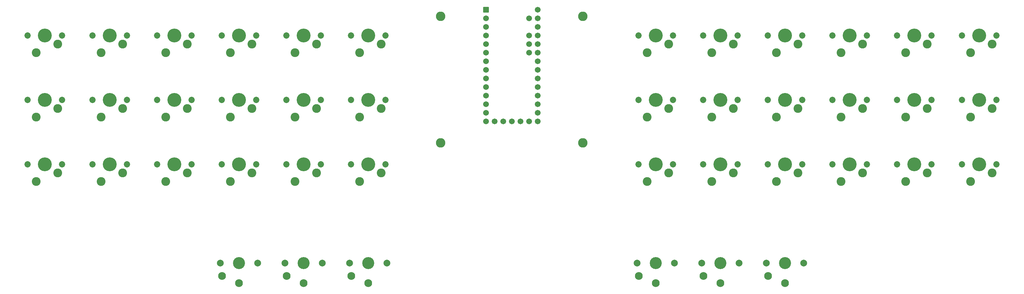
<source format=gbs>
G04 #@! TF.GenerationSoftware,KiCad,Pcbnew,(6.0.7)*
G04 #@! TF.CreationDate,2022-10-12T10:08:01+02:00*
G04 #@! TF.ProjectId,cmdr_mainboard,636d6472-5f6d-4616-996e-626f6172642e,rev?*
G04 #@! TF.SameCoordinates,Original*
G04 #@! TF.FileFunction,Soldermask,Bot*
G04 #@! TF.FilePolarity,Negative*
%FSLAX46Y46*%
G04 Gerber Fmt 4.6, Leading zero omitted, Abs format (unit mm)*
G04 Created by KiCad (PCBNEW (6.0.7)) date 2022-10-12 10:08:01*
%MOMM*%
%LPD*%
G01*
G04 APERTURE LIST*
G04 Aperture macros list*
%AMRoundRect*
0 Rectangle with rounded corners*
0 $1 Rounding radius*
0 $2 $3 $4 $5 $6 $7 $8 $9 X,Y pos of 4 corners*
0 Add a 4 corners polygon primitive as box body*
4,1,4,$2,$3,$4,$5,$6,$7,$8,$9,$2,$3,0*
0 Add four circle primitives for the rounded corners*
1,1,$1+$1,$2,$3*
1,1,$1+$1,$4,$5*
1,1,$1+$1,$6,$7*
1,1,$1+$1,$8,$9*
0 Add four rect primitives between the rounded corners*
20,1,$1+$1,$2,$3,$4,$5,0*
20,1,$1+$1,$4,$5,$6,$7,0*
20,1,$1+$1,$6,$7,$8,$9,0*
20,1,$1+$1,$8,$9,$2,$3,0*%
G04 Aperture macros list end*
%ADD10C,1.852000*%
%ADD11C,4.102000*%
%ADD12C,2.602000*%
%ADD13RoundRect,0.051000X-0.800000X0.800000X-0.800000X-0.800000X0.800000X-0.800000X0.800000X0.800000X0*%
%ADD14C,1.702000*%
%ADD15C,2.802000*%
%ADD16C,2.002000*%
%ADD17C,3.552000*%
%ADD18C,2.302000*%
G04 APERTURE END LIST*
D10*
X342900000Y-137160000D03*
X353060000Y-137160000D03*
D11*
X347980000Y-137160000D03*
D12*
X351790000Y-139700000D03*
X345440000Y-142240000D03*
D11*
X91653180Y-156210000D03*
D10*
X86573180Y-156210000D03*
X96733180Y-156210000D03*
D12*
X95463180Y-158750000D03*
X89113180Y-161290000D03*
D13*
X202565000Y-110490000D03*
D14*
X202565000Y-113030000D03*
X202565000Y-115570000D03*
X202565000Y-118110000D03*
X202565000Y-120650000D03*
X202565000Y-123190000D03*
X202565000Y-125730000D03*
X202565000Y-128270000D03*
X202565000Y-130810000D03*
X202565000Y-133350000D03*
X202565000Y-135890000D03*
X202565000Y-138430000D03*
X202565000Y-140970000D03*
X202565000Y-143510000D03*
X205105000Y-143510000D03*
X207645000Y-143510000D03*
X210185000Y-143510000D03*
X212725000Y-143510000D03*
X215265000Y-143510000D03*
X217805000Y-143510000D03*
X217805000Y-140970000D03*
X217805000Y-138430000D03*
X217805000Y-135890000D03*
X217805000Y-133350000D03*
X217805000Y-130810000D03*
X217805000Y-128270000D03*
X217805000Y-125730000D03*
X217805000Y-123190000D03*
X217805000Y-120650000D03*
X217805000Y-118110000D03*
X217805000Y-115570000D03*
X217805000Y-113030000D03*
X217805000Y-110490000D03*
X215265000Y-113030000D03*
X215265000Y-118110000D03*
X215265000Y-120650000D03*
X215265000Y-123190000D03*
D11*
X91653180Y-137160000D03*
D10*
X96733180Y-137160000D03*
X86573180Y-137160000D03*
D12*
X95463180Y-139700000D03*
X89113180Y-142240000D03*
D11*
X252617081Y-118110000D03*
D10*
X257697081Y-118110000D03*
X247537081Y-118110000D03*
D12*
X256427081Y-120650000D03*
X250077081Y-123190000D03*
D11*
X148803180Y-118110000D03*
D10*
X153883180Y-118110000D03*
X143723180Y-118110000D03*
D12*
X152613180Y-120650000D03*
X146263180Y-123190000D03*
D10*
X67437000Y-118110000D03*
X77597000Y-118110000D03*
D11*
X72517000Y-118110000D03*
D12*
X76327000Y-120650000D03*
X69977000Y-123190000D03*
D10*
X115783180Y-137160000D03*
D11*
X110703180Y-137160000D03*
D10*
X105623180Y-137160000D03*
D12*
X114513180Y-139700000D03*
X108163180Y-142240000D03*
D15*
X189230000Y-112395000D03*
D11*
X347980000Y-118110000D03*
D10*
X353060000Y-118110000D03*
X342900000Y-118110000D03*
D12*
X351790000Y-120650000D03*
X345440000Y-123190000D03*
D10*
X134833180Y-118110000D03*
D11*
X129753180Y-118110000D03*
D10*
X124673180Y-118110000D03*
D12*
X133563180Y-120650000D03*
X127213180Y-123190000D03*
D10*
X257697081Y-137160000D03*
D11*
X252617081Y-137160000D03*
D10*
X247537081Y-137160000D03*
D12*
X256427081Y-139700000D03*
X250077081Y-142240000D03*
D15*
X189230000Y-149860000D03*
D11*
X167853180Y-118110000D03*
D10*
X172933180Y-118110000D03*
X162773180Y-118110000D03*
D12*
X171663180Y-120650000D03*
X165313180Y-123190000D03*
D10*
X323737081Y-118110000D03*
D11*
X328817081Y-118110000D03*
D10*
X333897081Y-118110000D03*
D12*
X332627081Y-120650000D03*
X326277081Y-123190000D03*
D16*
X296217081Y-185420000D03*
D17*
X290717081Y-185420000D03*
D16*
X285217081Y-185420000D03*
D18*
X290717081Y-191320000D03*
X285717081Y-189220000D03*
D10*
X295797081Y-137160000D03*
X285637081Y-137160000D03*
D11*
X290717081Y-137160000D03*
D12*
X294527081Y-139700000D03*
X288177081Y-142240000D03*
D10*
X285637081Y-118110000D03*
D11*
X290717081Y-118110000D03*
D10*
X295797081Y-118110000D03*
D12*
X294527081Y-120650000D03*
X288177081Y-123190000D03*
D15*
X231140000Y-149860000D03*
D10*
X105623180Y-118110000D03*
D11*
X110703180Y-118110000D03*
D10*
X115783180Y-118110000D03*
D12*
X114513180Y-120650000D03*
X108163180Y-123190000D03*
D11*
X328817081Y-137160000D03*
D10*
X333897081Y-137160000D03*
X323737081Y-137160000D03*
D12*
X332627081Y-139700000D03*
X326277081Y-142240000D03*
D10*
X276747081Y-156210000D03*
D11*
X271667081Y-156210000D03*
D10*
X266587081Y-156210000D03*
D12*
X275477081Y-158750000D03*
X269127081Y-161290000D03*
D10*
X143723180Y-137160000D03*
X153883180Y-137160000D03*
D11*
X148803180Y-137160000D03*
D12*
X152613180Y-139700000D03*
X146263180Y-142240000D03*
D16*
X124253180Y-185420000D03*
X135253180Y-185420000D03*
D17*
X129753180Y-185420000D03*
D18*
X129753180Y-191320000D03*
X124753180Y-189220000D03*
D16*
X154303180Y-185420000D03*
X143303180Y-185420000D03*
D17*
X148803180Y-185420000D03*
D18*
X148803180Y-191320000D03*
X143803180Y-189220000D03*
D10*
X314847081Y-118110000D03*
D11*
X309767081Y-118110000D03*
D10*
X304687081Y-118110000D03*
D12*
X313577081Y-120650000D03*
X307227081Y-123190000D03*
D17*
X271667081Y-185420000D03*
D16*
X266167081Y-185420000D03*
X277167081Y-185420000D03*
D18*
X271667081Y-191320000D03*
X266667081Y-189220000D03*
D15*
X231140000Y-112395000D03*
D10*
X314847081Y-137160000D03*
X304687081Y-137160000D03*
D11*
X309767081Y-137160000D03*
D12*
X313577081Y-139700000D03*
X307227081Y-142240000D03*
D11*
X72517000Y-137160000D03*
D10*
X77597000Y-137160000D03*
X67437000Y-137160000D03*
D12*
X76327000Y-139700000D03*
X69977000Y-142240000D03*
D10*
X342900000Y-156210000D03*
D11*
X347980000Y-156210000D03*
D10*
X353060000Y-156210000D03*
D12*
X351790000Y-158750000D03*
X345440000Y-161290000D03*
D11*
X328817081Y-156210000D03*
D10*
X323737081Y-156210000D03*
X333897081Y-156210000D03*
D12*
X332627081Y-158750000D03*
X326277081Y-161290000D03*
D10*
X143723180Y-156210000D03*
X153883180Y-156210000D03*
D11*
X148803180Y-156210000D03*
D12*
X152613180Y-158750000D03*
X146263180Y-161290000D03*
D10*
X172933180Y-156210000D03*
D11*
X167853180Y-156210000D03*
D10*
X162773180Y-156210000D03*
D12*
X171663180Y-158750000D03*
X165313180Y-161290000D03*
D10*
X285637081Y-156210000D03*
D11*
X290717081Y-156210000D03*
D10*
X295797081Y-156210000D03*
D12*
X294527081Y-158750000D03*
X288177081Y-161290000D03*
D10*
X276747081Y-118110000D03*
X266587081Y-118110000D03*
D11*
X271667081Y-118110000D03*
D12*
X275477081Y-120650000D03*
X269127081Y-123190000D03*
D11*
X309767081Y-156210000D03*
D10*
X314847081Y-156210000D03*
X304687081Y-156210000D03*
D12*
X313577081Y-158750000D03*
X307227081Y-161290000D03*
D16*
X162353180Y-185420000D03*
X173353180Y-185420000D03*
D17*
X167853180Y-185420000D03*
D18*
X167853180Y-191320000D03*
X162853180Y-189220000D03*
D11*
X252617081Y-156210000D03*
D10*
X247537081Y-156210000D03*
X257697081Y-156210000D03*
D12*
X256427081Y-158750000D03*
X250077081Y-161290000D03*
D11*
X129753180Y-156210000D03*
D10*
X124673180Y-156210000D03*
X134833180Y-156210000D03*
D12*
X133563180Y-158750000D03*
X127213180Y-161290000D03*
D11*
X72517000Y-156210000D03*
D10*
X77597000Y-156210000D03*
X67437000Y-156210000D03*
D12*
X76327000Y-158750000D03*
X69977000Y-161290000D03*
D11*
X129753180Y-137160000D03*
D10*
X124673180Y-137160000D03*
X134833180Y-137160000D03*
D12*
X133563180Y-139700000D03*
X127213180Y-142240000D03*
D10*
X172933180Y-137160000D03*
D11*
X167853180Y-137160000D03*
D10*
X162773180Y-137160000D03*
D12*
X171663180Y-139700000D03*
X165313180Y-142240000D03*
D10*
X115783180Y-156210000D03*
D11*
X110703180Y-156210000D03*
D10*
X105623180Y-156210000D03*
D12*
X114513180Y-158750000D03*
X108163180Y-161290000D03*
D16*
X258117081Y-185420000D03*
D17*
X252617081Y-185420000D03*
D16*
X247117081Y-185420000D03*
D18*
X252617081Y-191320000D03*
X247617081Y-189220000D03*
D10*
X96733180Y-118110000D03*
X86573180Y-118110000D03*
D11*
X91653180Y-118110000D03*
D12*
X95463180Y-120650000D03*
X89113180Y-123190000D03*
D11*
X271667081Y-137160000D03*
D10*
X276747081Y-137160000D03*
X266587081Y-137160000D03*
D12*
X275477081Y-139700000D03*
X269127081Y-142240000D03*
M02*

</source>
